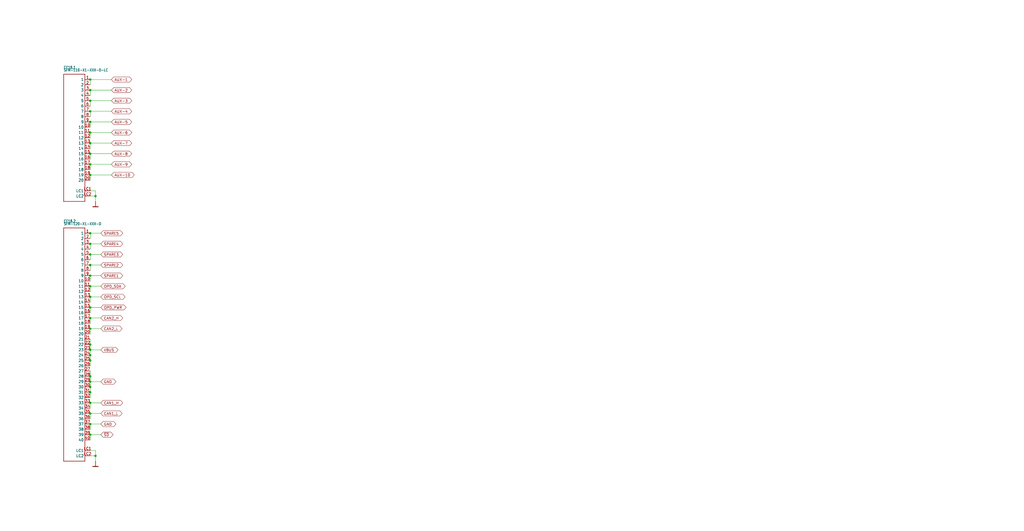
<source format=kicad_sch>
(kicad_sch (version 20211123) (generator eeschema)
  (paper "User" 490.22 254.406)
  (lib_symbols
    (symbol "oresat-backplane-2u-eagle-import:GND" (power)
      (symbol "GND_1_0"
        (polyline (pts (xy -1.27 -2.54) (xy 1.27 -2.54)) (stroke (width 0.4064)))
        (pin power_in line (at 0 0 270) (length 2.54) (name "GND") (number "1"))
      )
    )
    (symbol "oresat-backplane-2u-eagle-import:SFM-110-X1-XXX-D-LC"
      (property "Reference" "CF" (at -2.54 33.02 0))
      (property "Value" "SFM-110-X1-XXX-D-LC" (at -2.54 31.75 0))
      (symbol "SFM-110-X1-XXX-D-LC_1_0"
        (polyline (pts (xy -2.54 -30.48) (xy -2.54 30.48)) (stroke (width 0.254)))
        (polyline (pts (xy -2.54 30.48) (xy 7.62 30.48)) (stroke (width 0.254)))
        (polyline (pts (xy 7.62 -30.48) (xy -2.54 -30.48)) (stroke (width 0.254)))
        (polyline (pts (xy 7.62 30.48) (xy 7.62 -30.48)) (stroke (width 0.254)))
        (pin passive line (at 10.16 27.94 180) (length 2.54) (name "1") (number "1"))
        (pin passive line (at 10.16 5.08 180) (length 2.54) (name "10") (number "10"))
        (pin passive line (at 10.16 2.54 180) (length 2.54) (name "11") (number "11"))
        (pin passive line (at 10.16 0 180) (length 2.54) (name "12") (number "12"))
        (pin passive line (at 10.16 -2.54 180) (length 2.54) (name "13") (number "13"))
        (pin passive line (at 10.16 -5.08 180) (length 2.54) (name "14") (number "14"))
        (pin passive line (at 10.16 -7.62 180) (length 2.54) (name "15") (number "15"))
        (pin passive line (at 10.16 -10.16 180) (length 2.54) (name "16") (number "16"))
        (pin passive line (at 10.16 -12.7 180) (length 2.54) (name "17") (number "17"))
        (pin passive line (at 10.16 -15.24 180) (length 2.54) (name "18") (number "18"))
        (pin passive line (at 10.16 -17.78 180) (length 2.54) (name "19") (number "19"))
        (pin passive line (at 10.16 25.4 180) (length 2.54) (name "2") (number "2"))
        (pin passive line (at 10.16 -20.32 180) (length 2.54) (name "20") (number "20"))
        (pin passive line (at 10.16 22.86 180) (length 2.54) (name "3") (number "3"))
        (pin passive line (at 10.16 20.32 180) (length 2.54) (name "4") (number "4"))
        (pin passive line (at 10.16 17.78 180) (length 2.54) (name "5") (number "5"))
        (pin passive line (at 10.16 15.24 180) (length 2.54) (name "6") (number "6"))
        (pin passive line (at 10.16 12.7 180) (length 2.54) (name "7") (number "7"))
        (pin passive line (at 10.16 10.16 180) (length 2.54) (name "8") (number "8"))
        (pin passive line (at 10.16 7.62 180) (length 2.54) (name "9") (number "9"))
        (pin passive line (at 10.16 -25.4 180) (length 2.54) (name "LC1") (number "LC1"))
        (pin passive line (at 10.16 -27.94 180) (length 2.54) (name "LC2") (number "LC2"))
      )
    )
    (symbol "oresat-backplane-2u-eagle-import:SFM-120-X1-XXX-D"
      (property "Reference" "J" (at -2.54 50.8 0))
      (property "Value" "SFM-120-X1-XXX-D" (at -2.54 49.53 0))
      (symbol "SFM-120-X1-XXX-D_1_0"
        (polyline (pts (xy -2.54 -63.5) (xy -2.54 48.26)) (stroke (width 0.254)))
        (polyline (pts (xy -2.54 48.26) (xy 7.62 48.26)) (stroke (width 0.254)))
        (polyline (pts (xy 7.62 -63.5) (xy -2.54 -63.5)) (stroke (width 0.254)))
        (polyline (pts (xy 7.62 48.26) (xy 7.62 -63.5)) (stroke (width 0.254)))
        (pin passive line (at 10.16 45.72 180) (length 2.54) (name "1") (number "1"))
        (pin passive line (at 10.16 22.86 180) (length 2.54) (name "10") (number "10"))
        (pin passive line (at 10.16 20.32 180) (length 2.54) (name "11") (number "11"))
        (pin passive line (at 10.16 17.78 180) (length 2.54) (name "12") (number "12"))
        (pin passive line (at 10.16 15.24 180) (length 2.54) (name "13") (number "13"))
        (pin passive line (at 10.16 12.7 180) (length 2.54) (name "14") (number "14"))
        (pin passive line (at 10.16 10.16 180) (length 2.54) (name "15") (number "15"))
        (pin passive line (at 10.16 7.62 180) (length 2.54) (name "16") (number "16"))
        (pin passive line (at 10.16 5.08 180) (length 2.54) (name "17") (number "17"))
        (pin passive line (at 10.16 2.54 180) (length 2.54) (name "18") (number "18"))
        (pin passive line (at 10.16 0 180) (length 2.54) (name "19") (number "19"))
        (pin passive line (at 10.16 43.18 180) (length 2.54) (name "2") (number "2"))
        (pin passive line (at 10.16 -2.54 180) (length 2.54) (name "20") (number "20"))
        (pin passive line (at 10.16 -5.08 180) (length 2.54) (name "21") (number "21"))
        (pin passive line (at 10.16 -7.62 180) (length 2.54) (name "22") (number "22"))
        (pin passive line (at 10.16 -10.16 180) (length 2.54) (name "23") (number "23"))
        (pin passive line (at 10.16 -12.7 180) (length 2.54) (name "24") (number "24"))
        (pin passive line (at 10.16 -15.24 180) (length 2.54) (name "25") (number "25"))
        (pin passive line (at 10.16 -17.78 180) (length 2.54) (name "26") (number "26"))
        (pin passive line (at 10.16 -20.32 180) (length 2.54) (name "27") (number "27"))
        (pin passive line (at 10.16 -22.86 180) (length 2.54) (name "28") (number "28"))
        (pin passive line (at 10.16 -25.4 180) (length 2.54) (name "29") (number "29"))
        (pin passive line (at 10.16 40.64 180) (length 2.54) (name "3") (number "3"))
        (pin passive line (at 10.16 -27.94 180) (length 2.54) (name "30") (number "30"))
        (pin passive line (at 10.16 -30.48 180) (length 2.54) (name "31") (number "31"))
        (pin passive line (at 10.16 -33.02 180) (length 2.54) (name "32") (number "32"))
        (pin passive line (at 10.16 -35.56 180) (length 2.54) (name "33") (number "33"))
        (pin passive line (at 10.16 -38.1 180) (length 2.54) (name "34") (number "34"))
        (pin passive line (at 10.16 -40.64 180) (length 2.54) (name "35") (number "35"))
        (pin passive line (at 10.16 -43.18 180) (length 2.54) (name "36") (number "36"))
        (pin passive line (at 10.16 -45.72 180) (length 2.54) (name "37") (number "37"))
        (pin passive line (at 10.16 -48.26 180) (length 2.54) (name "38") (number "38"))
        (pin passive line (at 10.16 -50.8 180) (length 2.54) (name "39") (number "39"))
        (pin passive line (at 10.16 38.1 180) (length 2.54) (name "4") (number "4"))
        (pin passive line (at 10.16 -53.34 180) (length 2.54) (name "40") (number "40"))
        (pin passive line (at 10.16 35.56 180) (length 2.54) (name "5") (number "5"))
        (pin passive line (at 10.16 33.02 180) (length 2.54) (name "6") (number "6"))
        (pin passive line (at 10.16 30.48 180) (length 2.54) (name "7") (number "7"))
        (pin passive line (at 10.16 27.94 180) (length 2.54) (name "8") (number "8"))
        (pin passive line (at 10.16 25.4 180) (length 2.54) (name "9") (number "9"))
        (pin passive line (at 10.16 -58.42 180) (length 2.54) (name "LC1") (number "LC1"))
        (pin passive line (at 10.16 -60.96 180) (length 2.54) (name "LC2") (number "LC2"))
      )
    )
  )
  (junction (at 43.18 48.26))
  (junction (at 43.18 182.88))
  (junction (at 43.18 73.66))
  (junction (at 43.18 198.12))
  (junction (at 43.18 203.2))
  (junction (at 43.18 58.42))
  (junction (at 43.18 152.4))
  (junction (at 43.18 132.08))
  (junction (at 43.18 185.42))
  (junction (at 43.18 172.72))
  (junction (at 43.18 137.16))
  (junction (at 43.18 121.92))
  (junction (at 43.18 170.18))
  (junction (at 45.72 218.44))
  (junction (at 43.18 63.5))
  (junction (at 43.18 180.34))
  (junction (at 43.18 53.34))
  (junction (at 43.18 193.04))
  (junction (at 43.18 116.84))
  (junction (at 43.18 78.74))
  (junction (at 43.18 38.1))
  (junction (at 43.18 147.32))
  (junction (at 43.18 43.18))
  (junction (at 43.18 142.24))
  (junction (at 43.18 187.96))
  (junction (at 43.18 68.58))
  (junction (at 43.18 127))
  (junction (at 43.18 157.48))
  (junction (at 43.18 83.82))
  (junction (at 43.18 111.76))
  (junction (at 45.72 93.98))
  (junction (at 43.18 167.64))
  (junction (at 43.18 208.28))
  (junction (at 43.18 165.1))
  (wire (pts (xy 43.18 157.48) (xy 43.18 160.02)))
  (wire (pts (xy 43.18 58.42) (xy 53.34 58.42)))
  (wire (pts (xy 48.26 167.64) (xy 43.18 167.64)))
  (wire (pts (xy 43.18 182.88) (xy 43.18 180.34)))
  (wire (pts (xy 48.26 157.48) (xy 43.18 157.48)))
  (wire (pts (xy 43.18 193.04) (xy 43.18 195.58)))
  (wire (pts (xy 45.72 93.98) (xy 45.72 91.44)))
  (wire (pts (xy 48.26 142.24) (xy 43.18 142.24)))
  (wire (pts (xy 45.72 91.44) (xy 43.18 91.44)))
  (wire (pts (xy 43.18 121.92) (xy 43.18 124.46)))
  (wire (pts (xy 43.18 167.64) (xy 43.18 165.1)))
  (wire (pts (xy 43.18 203.2) (xy 43.18 205.74)))
  (wire (pts (xy 43.18 116.84) (xy 48.26 116.84)))
  (wire (pts (xy 43.18 152.4) (xy 43.18 154.94)))
  (wire (pts (xy 43.18 111.76) (xy 43.18 114.3)))
  (wire (pts (xy 48.26 208.28) (xy 43.18 208.28)))
  (wire (pts (xy 43.18 187.96) (xy 43.18 190.5)))
  (wire (pts (xy 43.18 147.32) (xy 43.18 149.86)))
  (wire (pts (xy 43.18 208.28) (xy 43.18 210.82)))
  (wire (pts (xy 43.18 73.66) (xy 43.18 76.2)))
  (wire (pts (xy 43.18 111.76) (xy 48.26 111.76)))
  (wire (pts (xy 43.18 182.88) (xy 43.18 185.42)))
  (wire (pts (xy 43.18 137.16) (xy 43.18 139.7)))
  (wire (pts (xy 48.26 203.2) (xy 43.18 203.2)))
  (wire (pts (xy 43.18 43.18) (xy 43.18 45.72)))
  (wire (pts (xy 45.72 96.52) (xy 45.72 93.98)))
  (wire (pts (xy 43.18 48.26) (xy 43.18 50.8)))
  (wire (pts (xy 43.18 83.82) (xy 53.34 83.82)))
  (wire (pts (xy 43.18 167.64) (xy 43.18 170.18)))
  (wire (pts (xy 43.18 58.42) (xy 43.18 60.96)))
  (wire (pts (xy 43.18 38.1) (xy 53.34 38.1)))
  (wire (pts (xy 48.26 193.04) (xy 43.18 193.04)))
  (wire (pts (xy 48.26 182.88) (xy 43.18 182.88)))
  (wire (pts (xy 43.18 142.24) (xy 43.18 144.78)))
  (wire (pts (xy 43.18 198.12) (xy 43.18 200.66)))
  (wire (pts (xy 48.26 127) (xy 43.18 127)))
  (wire (pts (xy 45.72 218.44) (xy 45.72 220.98)))
  (wire (pts (xy 43.18 68.58) (xy 43.18 71.12)))
  (wire (pts (xy 43.18 121.92) (xy 48.26 121.92)))
  (wire (pts (xy 43.18 38.1) (xy 43.18 40.64)))
  (wire (pts (xy 43.18 132.08) (xy 43.18 134.62)))
  (wire (pts (xy 43.18 78.74) (xy 43.18 81.28)))
  (wire (pts (xy 48.26 152.4) (xy 43.18 152.4)))
  (wire (pts (xy 43.18 215.9) (xy 45.72 215.9)))
  (wire (pts (xy 43.18 116.84) (xy 43.18 119.38)))
  (wire (pts (xy 48.26 198.12) (xy 43.18 198.12)))
  (wire (pts (xy 45.72 93.98) (xy 43.18 93.98)))
  (wire (pts (xy 48.26 137.16) (xy 43.18 137.16)))
  (wire (pts (xy 43.18 83.82) (xy 43.18 86.36)))
  (wire (pts (xy 43.18 180.34) (xy 43.18 177.8)))
  (wire (pts (xy 45.72 215.9) (xy 45.72 218.44)))
  (wire (pts (xy 43.18 172.72) (xy 43.18 170.18)))
  (wire (pts (xy 43.18 172.72) (xy 43.18 175.26)))
  (wire (pts (xy 43.18 63.5) (xy 43.18 66.04)))
  (wire (pts (xy 43.18 127) (xy 43.18 129.54)))
  (wire (pts (xy 43.18 78.74) (xy 53.34 78.74)))
  (wire (pts (xy 48.26 132.08) (xy 43.18 132.08)))
  (wire (pts (xy 43.18 218.44) (xy 45.72 218.44)))
  (wire (pts (xy 43.18 63.5) (xy 53.34 63.5)))
  (wire (pts (xy 43.18 43.18) (xy 53.34 43.18)))
  (wire (pts (xy 48.26 147.32) (xy 43.18 147.32)))
  (wire (pts (xy 43.18 53.34) (xy 53.34 53.34)))
  (wire (pts (xy 43.18 48.26) (xy 53.34 48.26)))
  (wire (pts (xy 43.18 165.1) (xy 43.18 162.56)))
  (wire (pts (xy 43.18 73.66) (xy 53.34 73.66)))
  (wire (pts (xy 43.18 68.58) (xy 53.34 68.58)))
  (wire (pts (xy 43.18 53.34) (xy 43.18 55.88)))
  (wire (pts (xy 43.18 185.42) (xy 43.18 187.96)))
  (global_label "SPARE2" (shape bidirectional) (at 48.26 127 0) (effects (font (size 1.2446 1.2446))) (property "Intersheet References" "${INTERSHEET_REFS}" (effects hide)))
  (global_label "SPARE5" (shape bidirectional) (at 48.26 111.76 0) (effects (font (size 1.2446 1.2446))) (property "Intersheet References" "${INTERSHEET_REFS}" (effects hide)))
  (global_label "CAN1_H" (shape bidirectional) (at 48.26 193.04 0) (effects (font (size 1.2446 1.2446))) (property "Intersheet References" "${INTERSHEET_REFS}" (effects hide)))
  (global_label "OPD_PWR" (shape bidirectional) (at 48.26 147.32 0) (effects (font (size 1.2446 1.2446))) (property "Intersheet References" "${INTERSHEET_REFS}" (effects hide)))
  (global_label "AUX-7" (shape bidirectional) (at 53.34 68.58 0) (effects (font (size 1.2446 1.2446))) (property "Intersheet References" "${INTERSHEET_REFS}" (effects hide)))
  (global_label "~{SD}" (shape bidirectional) (at 48.26 208.28 0) (effects (font (size 1.2446 1.2446))) (property "Intersheet References" "${INTERSHEET_REFS}" (effects hide)))
  (global_label "CAN1_L" (shape bidirectional) (at 48.26 198.12 0) (effects (font (size 1.2446 1.2446))) (property "Intersheet References" "${INTERSHEET_REFS}" (effects hide)))
  (global_label "AUX-10" (shape bidirectional) (at 53.34 83.82 0) (effects (font (size 1.2446 1.2446))) (property "Intersheet References" "${INTERSHEET_REFS}" (effects hide)))
  (global_label "AUX-3" (shape bidirectional) (at 53.34 48.26 0) (effects (font (size 1.2446 1.2446))) (property "Intersheet References" "${INTERSHEET_REFS}" (effects hide)))
  (global_label "CAN2_H" (shape bidirectional) (at 48.26 152.4 0) (effects (font (size 1.2446 1.2446))) (property "Intersheet References" "${INTERSHEET_REFS}" (effects hide)))
  (global_label "OPD_SDA" (shape bidirectional) (at 48.26 137.16 0) (effects (font (size 1.2446 1.2446))) (property "Intersheet References" "${INTERSHEET_REFS}" (effects hide)))
  (global_label "VBUS" (shape bidirectional) (at 48.26 167.64 0) (effects (font (size 1.2446 1.2446))) (property "Intersheet References" "${INTERSHEET_REFS}" (effects hide)))
  (global_label "SPARE3" (shape bidirectional) (at 48.26 121.92 0) (effects (font (size 1.2446 1.2446))) (property "Intersheet References" "${INTERSHEET_REFS}" (effects hide)))
  (global_label "GND" (shape bidirectional) (at 48.26 182.88 0) (effects (font (size 1.2446 1.2446))) (property "Intersheet References" "${INTERSHEET_REFS}" (effects hide)))
  (global_label "SPARE1" (shape bidirectional) (at 48.26 132.08 0) (effects (font (size 1.2446 1.2446))) (property "Intersheet References" "${INTERSHEET_REFS}" (effects hide)))
  (global_label "GND" (shape bidirectional) (at 48.26 203.2 0) (effects (font (size 1.2446 1.2446))) (property "Intersheet References" "${INTERSHEET_REFS}" (effects hide)))
  (global_label "SPARE4" (shape bidirectional) (at 48.26 116.84 0) (effects (font (size 1.2446 1.2446))) (property "Intersheet References" "${INTERSHEET_REFS}" (effects hide)))
  (global_label "AUX-4" (shape bidirectional) (at 53.34 53.34 0) (effects (font (size 1.2446 1.2446))) (property "Intersheet References" "${INTERSHEET_REFS}" (effects hide)))
  (global_label "AUX-9" (shape bidirectional) (at 53.34 78.74 0) (effects (font (size 1.2446 1.2446))) (property "Intersheet References" "${INTERSHEET_REFS}" (effects hide)))
  (global_label "AUX-1" (shape bidirectional) (at 53.34 38.1 0) (effects (font (size 1.2446 1.2446))) (property "Intersheet References" "${INTERSHEET_REFS}" (effects hide)))
  (global_label "AUX-8" (shape bidirectional) (at 53.34 73.66 0) (effects (font (size 1.2446 1.2446))) (property "Intersheet References" "${INTERSHEET_REFS}" (effects hide)))
  (global_label "CAN2_L" (shape bidirectional) (at 48.26 157.48 0) (effects (font (size 1.2446 1.2446))) (property "Intersheet References" "${INTERSHEET_REFS}" (effects hide)))
  (global_label "OPD_SCL" (shape bidirectional) (at 48.26 142.24 0) (effects (font (size 1.2446 1.2446))) (property "Intersheet References" "${INTERSHEET_REFS}" (effects hide)))
  (global_label "AUX-2" (shape bidirectional) (at 53.34 43.18 0) (effects (font (size 1.2446 1.2446))) (property "Intersheet References" "${INTERSHEET_REFS}" (effects hide)))
  (global_label "AUX-6" (shape bidirectional) (at 53.34 63.5 0) (effects (font (size 1.2446 1.2446))) (property "Intersheet References" "${INTERSHEET_REFS}" (effects hide)))
  (global_label "AUX-5" (shape bidirectional) (at 53.34 58.42 0) (effects (font (size 1.2446 1.2446))) (property "Intersheet References" "${INTERSHEET_REFS}" (effects hide)))
  (symbol (lib_id "oresat-backplane-2u-eagle-import:SFM-110-X1-XXX-D-LC") (at 33.02 66.04 0) (unit 1)
    (property "Reference" "CF18.1" (at 30.48 33.02 0) (effects (font (size 1.27 1.0795)) (justify left bottom)))
    (property "Value" "SFM-110-X1-XXX-D-LC" (at 30.48 34.29 0) (effects (font (size 1.27 1.0795)) (justify left bottom)))
    (property "Footprint" "oresat-backplane-2u:SFM-110-X1-XXX-D-LC" (effects hide))
  )
  (symbol (lib_id "oresat-backplane-2u-eagle-import:GND") (at 45.72 96.52 0) (unit 1)
    (property "Reference" "#GND017" (effects hide))
    (property "Value" "GND" (effects hide))
    (property "Footprint" "oresat-backplane-2u:" (effects hide))
  )
  (symbol (lib_id "oresat-backplane-2u-eagle-import:GND") (at 45.72 220.98 0) (unit 1)
    (property "Reference" "#GND04" (effects hide))
    (property "Value" "GND" (effects hide))
    (property "Footprint" "oresat-backplane-2u:" (effects hide))
  )
  (symbol (lib_id "oresat-backplane-2u-eagle-import:SFM-120-X1-XXX-D") (at 33.02 157.48 0) (unit 1)
    (property "Reference" "CF18.2" (at 30.48 106.68 0) (effects (font (size 1.27 1.0795)) (justify left bottom)))
    (property "Value" "SFM-120-X1-XXX-D" (at 30.48 107.95 0) (effects (font (size 1.27 1.0795)) (justify left bottom)))
    (property "Footprint" "oresat-backplane-2u:SFM-120-X1-XXX-D" (effects hide))
  )
)
</source>
